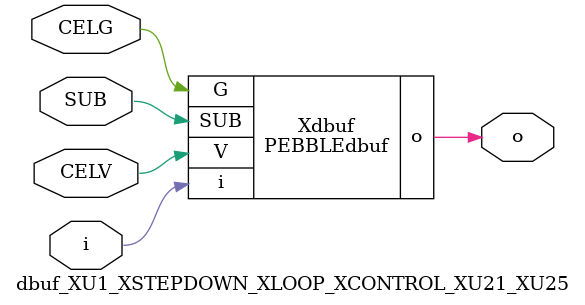
<source format=v>



module PEBBLEdbuf ( o, G, SUB, V, i );

  input V;
  input i;
  input G;
  output o;
  input SUB;
endmodule

//Celera Confidential Do Not Copy dbuf_XU1_XSTEPDOWN_XLOOP_XCONTROL_XU21_XU25
//Celera Confidential Symbol Generator
//Digital Buffer
module dbuf_XU1_XSTEPDOWN_XLOOP_XCONTROL_XU21_XU25 (CELV,CELG,i,o,SUB);
input CELV;
input CELG;
input i;
input SUB;
output o;

//Celera Confidential Do Not Copy dbuf
PEBBLEdbuf Xdbuf(
.V (CELV),
.i (i),
.o (o),
.SUB (SUB),
.G (CELG)
);
//,diesize,PEBBLEdbuf

//Celera Confidential Do Not Copy Module End
//Celera Schematic Generator
endmodule

</source>
